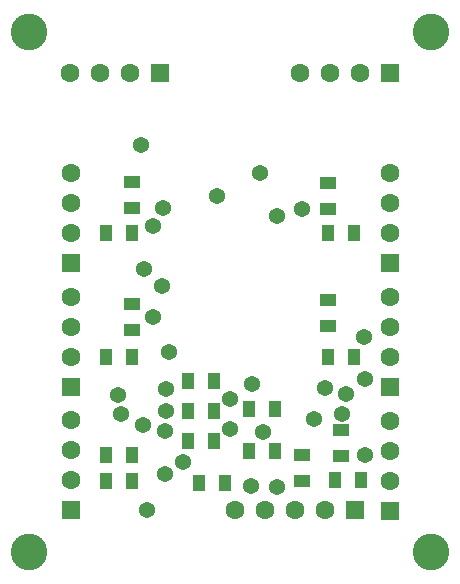
<source format=gbs>
G04*
G04 #@! TF.GenerationSoftware,Altium Limited,Altium Designer,22.7.1 (60)*
G04*
G04 Layer_Color=16711935*
%FSAX44Y44*%
%MOMM*%
G71*
G04*
G04 #@! TF.SameCoordinates,EF7A3B51-B4F6-4626-86D8-2FC679187BC1*
G04*
G04*
G04 #@! TF.FilePolarity,Negative*
G04*
G01*
G75*
%ADD15R,1.4000X1.0000*%
%ADD26R,1.6000X1.6000*%
%ADD27C,1.6000*%
%ADD28R,1.6000X1.6000*%
%ADD29C,1.3700*%
%ADD30C,3.1000*%
%ADD48R,1.0000X1.4000*%
D15*
X00683000Y00970000D02*
D03*
Y00992000D02*
D03*
X00517000Y00971000D02*
D03*
Y00993000D02*
D03*
Y00868000D02*
D03*
Y00890000D02*
D03*
X00694000Y00761000D02*
D03*
Y00783000D02*
D03*
X00661000Y00740000D02*
D03*
Y00762000D02*
D03*
X00683000Y00871000D02*
D03*
Y00893000D02*
D03*
D26*
X00705400Y00715000D02*
D03*
X00540800Y01085000D02*
D03*
X00735400D02*
D03*
D27*
X00680000Y00715000D02*
D03*
X00654600D02*
D03*
X00629200D02*
D03*
X00603800D02*
D03*
X00465000Y00740400D02*
D03*
Y00765800D02*
D03*
Y00791200D02*
D03*
Y00845000D02*
D03*
Y00870400D02*
D03*
Y00895800D02*
D03*
Y00950000D02*
D03*
Y00975400D02*
D03*
Y01000800D02*
D03*
X00515400Y01085000D02*
D03*
X00490000D02*
D03*
X00464600D02*
D03*
X00710000D02*
D03*
X00684600D02*
D03*
X00659200D02*
D03*
X00735000Y00950000D02*
D03*
Y00975400D02*
D03*
Y01000800D02*
D03*
Y00844600D02*
D03*
Y00870000D02*
D03*
Y00895400D02*
D03*
Y00740000D02*
D03*
Y00765400D02*
D03*
Y00790800D02*
D03*
D28*
X00465000Y00715000D02*
D03*
Y00819600D02*
D03*
Y00924600D02*
D03*
X00735000D02*
D03*
Y00819200D02*
D03*
Y00714600D02*
D03*
D29*
X00698000Y00814000D02*
D03*
X00714000Y00826000D02*
D03*
X00535000Y00879000D02*
D03*
X00600000Y00809000D02*
D03*
X00680000Y00819000D02*
D03*
X00695000Y00797000D02*
D03*
X00548000Y00849000D02*
D03*
X00628000Y00781000D02*
D03*
X00640000Y00735000D02*
D03*
X00525000Y01024000D02*
D03*
X00505000Y00813000D02*
D03*
X00508000Y00797000D02*
D03*
X00527000Y00919000D02*
D03*
X00619000Y00822000D02*
D03*
X00560000Y00756110D02*
D03*
X00545011Y00746011D02*
D03*
X00530000Y00715000D02*
D03*
X00544764Y00782042D02*
D03*
X00618000Y00736000D02*
D03*
X00671000Y00792000D02*
D03*
X00714000Y00762000D02*
D03*
X00535000Y00956000D02*
D03*
X00640000Y00964000D02*
D03*
X00589000Y00981000D02*
D03*
X00542000Y00905000D02*
D03*
X00546000Y00818000D02*
D03*
X00625200Y01000800D02*
D03*
X00546000Y00799000D02*
D03*
X00526000Y00787000D02*
D03*
X00600000Y00784000D02*
D03*
X00543370Y00971000D02*
D03*
X00713000Y00862000D02*
D03*
X00661000Y00970000D02*
D03*
D30*
X00770000Y00680000D02*
D03*
X00430000D02*
D03*
Y01120000D02*
D03*
X00770000D02*
D03*
D48*
X00683000Y00950000D02*
D03*
X00705000D02*
D03*
X00517000D02*
D03*
X00495000D02*
D03*
X00517000Y00845000D02*
D03*
X00495000D02*
D03*
X00564000Y00825000D02*
D03*
X00586000D02*
D03*
X00564000Y00799000D02*
D03*
X00586000D02*
D03*
X00517000Y00762000D02*
D03*
X00495000D02*
D03*
X00517000Y00740000D02*
D03*
X00495000D02*
D03*
X00564000Y00774000D02*
D03*
X00586000D02*
D03*
X00638000Y00801000D02*
D03*
X00616000D02*
D03*
X00638000Y00765000D02*
D03*
X00616000D02*
D03*
X00689000Y00741000D02*
D03*
X00711000D02*
D03*
X00596000Y00738000D02*
D03*
X00574000D02*
D03*
X00683000Y00845000D02*
D03*
X00705000D02*
D03*
M02*

</source>
